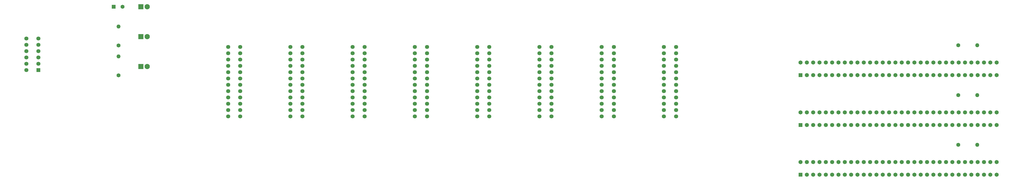
<source format=gbr>
%TF.GenerationSoftware,KiCad,Pcbnew,(6.0.7)*%
%TF.CreationDate,2023-09-04T09:41:36+01:00*%
%TF.ProjectId,CCC_rig_backplane,4343435f-7269-4675-9f62-61636b706c61,rev?*%
%TF.SameCoordinates,Original*%
%TF.FileFunction,Soldermask,Bot*%
%TF.FilePolarity,Negative*%
%FSLAX46Y46*%
G04 Gerber Fmt 4.6, Leading zero omitted, Abs format (unit mm)*
G04 Created by KiCad (PCBNEW (6.0.7)) date 2023-09-04 09:41:36*
%MOMM*%
%LPD*%
G01*
G04 APERTURE LIST*
%ADD10C,1.638000*%
%ADD11C,1.600000*%
%ADD12O,1.600000X1.600000*%
%ADD13R,2.100000X2.100000*%
%ADD14C,2.100000*%
%ADD15R,1.650000X1.650000*%
%ADD16C,1.650000*%
%ADD17R,1.638000X1.638000*%
%ADD18R,1.600000X1.600000*%
G04 APERTURE END LIST*
D10*
%TO.C,J8*%
X272850000Y-63837600D03*
X267998000Y-63837600D03*
X272850000Y-61297600D03*
X267998000Y-61297600D03*
X272850000Y-58757600D03*
X267998000Y-58757600D03*
X272850000Y-56217600D03*
X267998000Y-56217600D03*
X272850000Y-53677600D03*
X267998000Y-53677600D03*
X272850000Y-51137600D03*
X267998000Y-51137600D03*
X272850000Y-48597600D03*
X267998000Y-48597600D03*
X272850000Y-46057600D03*
X267998000Y-46057600D03*
X272850000Y-43517600D03*
X267998000Y-43517600D03*
X272850000Y-40977600D03*
X267998000Y-40977600D03*
X272850000Y-38437600D03*
X267998000Y-38437600D03*
X272850000Y-35897600D03*
X267998000Y-35897600D03*
%TD*%
D11*
%TO.C,R4*%
X74000000Y-35310000D03*
D12*
X74000000Y-27690000D03*
%TD*%
D10*
%TO.C,J4*%
X197850000Y-63837600D03*
X192998000Y-63837600D03*
X197850000Y-61297600D03*
X192998000Y-61297600D03*
X197850000Y-58757600D03*
X192998000Y-58757600D03*
X197850000Y-56217600D03*
X192998000Y-56217600D03*
X197850000Y-53677600D03*
X192998000Y-53677600D03*
X197850000Y-51137600D03*
X192998000Y-51137600D03*
X197850000Y-48597600D03*
X192998000Y-48597600D03*
X197850000Y-46057600D03*
X192998000Y-46057600D03*
X197850000Y-43517600D03*
X192998000Y-43517600D03*
X197850000Y-40977600D03*
X192998000Y-40977600D03*
X197850000Y-38437600D03*
X192998000Y-38437600D03*
X197850000Y-35897600D03*
X192998000Y-35897600D03*
%TD*%
%TO.C,J3*%
X172850000Y-63837600D03*
X167998000Y-63837600D03*
X172850000Y-61297600D03*
X167998000Y-61297600D03*
X172850000Y-58757600D03*
X167998000Y-58757600D03*
X172850000Y-56217600D03*
X167998000Y-56217600D03*
X172850000Y-53677600D03*
X167998000Y-53677600D03*
X172850000Y-51137600D03*
X167998000Y-51137600D03*
X172850000Y-48597600D03*
X167998000Y-48597600D03*
X172850000Y-46057600D03*
X167998000Y-46057600D03*
X172850000Y-43517600D03*
X167998000Y-43517600D03*
X172850000Y-40977600D03*
X167998000Y-40977600D03*
X172850000Y-38437600D03*
X167998000Y-38437600D03*
X172850000Y-35897600D03*
X167998000Y-35897600D03*
%TD*%
%TO.C,J2*%
X147850000Y-63837600D03*
X142998000Y-63837600D03*
X147850000Y-61297600D03*
X142998000Y-61297600D03*
X147850000Y-58757600D03*
X142998000Y-58757600D03*
X147850000Y-56217600D03*
X142998000Y-56217600D03*
X147850000Y-53677600D03*
X142998000Y-53677600D03*
X147850000Y-51137600D03*
X142998000Y-51137600D03*
X147850000Y-48597600D03*
X142998000Y-48597600D03*
X147850000Y-46057600D03*
X142998000Y-46057600D03*
X147850000Y-43517600D03*
X142998000Y-43517600D03*
X147850000Y-40977600D03*
X142998000Y-40977600D03*
X147850000Y-38437600D03*
X142998000Y-38437600D03*
X147850000Y-35897600D03*
X142998000Y-35897600D03*
%TD*%
D13*
%TO.C,J14*%
X83000000Y-43750000D03*
D14*
X85500000Y-43750000D03*
%TD*%
D15*
%TO.C,J15*%
X347788800Y-47259500D03*
D16*
X350328800Y-47259500D03*
X352868800Y-47259500D03*
X355408800Y-47259500D03*
X357948800Y-47259500D03*
X360488800Y-47259500D03*
X363028800Y-47259500D03*
X365568800Y-47259500D03*
X368108800Y-47259500D03*
X370648800Y-47259500D03*
X373188800Y-47259500D03*
X375728800Y-47259500D03*
X378268800Y-47259500D03*
X380808800Y-47259500D03*
X383348800Y-47259500D03*
X385888800Y-47259500D03*
X388428800Y-47259500D03*
X390968800Y-47259500D03*
X393508800Y-47259500D03*
X396048800Y-47259500D03*
X398588800Y-47259500D03*
X401128800Y-47259500D03*
X403668800Y-47259500D03*
X406208800Y-47259500D03*
X408748800Y-47259500D03*
X411288800Y-47259500D03*
X413828800Y-47259500D03*
X416368800Y-47259500D03*
X418908800Y-47259500D03*
X421448800Y-47259500D03*
X423988800Y-47259500D03*
X426528800Y-47259500D03*
X426528800Y-42179500D03*
X423988800Y-42179500D03*
X421448800Y-42179500D03*
X418908800Y-42179500D03*
X416368800Y-42179500D03*
X413828800Y-42179500D03*
X411288800Y-42179500D03*
X408748800Y-42179500D03*
X406208800Y-42179500D03*
X403668800Y-42179500D03*
X401128800Y-42179500D03*
X398588800Y-42179500D03*
X396048800Y-42179500D03*
X393508800Y-42179500D03*
X390968800Y-42179500D03*
X388428800Y-42179500D03*
X385888800Y-42179500D03*
X383348800Y-42179500D03*
X380808800Y-42179500D03*
X378268800Y-42179500D03*
X375728800Y-42179500D03*
X373188800Y-42179500D03*
X370648800Y-42179500D03*
X368108800Y-42179500D03*
X365568800Y-42179500D03*
X363028800Y-42179500D03*
X360488800Y-42179500D03*
X357948800Y-42179500D03*
X355408800Y-42179500D03*
X352868800Y-42179500D03*
X350328800Y-42179500D03*
X347788800Y-42179500D03*
%TD*%
D13*
%TO.C,J13*%
X83000000Y-31750000D03*
D14*
X85500000Y-31750000D03*
%TD*%
D10*
%TO.C,J1*%
X122850000Y-63837600D03*
X117998000Y-63837600D03*
X122850000Y-61297600D03*
X117998000Y-61297600D03*
X122850000Y-58757600D03*
X117998000Y-58757600D03*
X122850000Y-56217600D03*
X117998000Y-56217600D03*
X122850000Y-53677600D03*
X117998000Y-53677600D03*
X122850000Y-51137600D03*
X117998000Y-51137600D03*
X122850000Y-48597600D03*
X117998000Y-48597600D03*
X122850000Y-46057600D03*
X117998000Y-46057600D03*
X122850000Y-43517600D03*
X117998000Y-43517600D03*
X122850000Y-40977600D03*
X117998000Y-40977600D03*
X122850000Y-38437600D03*
X117998000Y-38437600D03*
X122850000Y-35897600D03*
X117998000Y-35897600D03*
%TD*%
D11*
%TO.C,R3*%
X411190000Y-35250000D03*
D12*
X418810000Y-35250000D03*
%TD*%
D15*
%TO.C,J11*%
X347788800Y-87259500D03*
D16*
X350328800Y-87259500D03*
X352868800Y-87259500D03*
X355408800Y-87259500D03*
X357948800Y-87259500D03*
X360488800Y-87259500D03*
X363028800Y-87259500D03*
X365568800Y-87259500D03*
X368108800Y-87259500D03*
X370648800Y-87259500D03*
X373188800Y-87259500D03*
X375728800Y-87259500D03*
X378268800Y-87259500D03*
X380808800Y-87259500D03*
X383348800Y-87259500D03*
X385888800Y-87259500D03*
X388428800Y-87259500D03*
X390968800Y-87259500D03*
X393508800Y-87259500D03*
X396048800Y-87259500D03*
X398588800Y-87259500D03*
X401128800Y-87259500D03*
X403668800Y-87259500D03*
X406208800Y-87259500D03*
X408748800Y-87259500D03*
X411288800Y-87259500D03*
X413828800Y-87259500D03*
X416368800Y-87259500D03*
X418908800Y-87259500D03*
X421448800Y-87259500D03*
X423988800Y-87259500D03*
X426528800Y-87259500D03*
X426528800Y-82179500D03*
X423988800Y-82179500D03*
X421448800Y-82179500D03*
X418908800Y-82179500D03*
X416368800Y-82179500D03*
X413828800Y-82179500D03*
X411288800Y-82179500D03*
X408748800Y-82179500D03*
X406208800Y-82179500D03*
X403668800Y-82179500D03*
X401128800Y-82179500D03*
X398588800Y-82179500D03*
X396048800Y-82179500D03*
X393508800Y-82179500D03*
X390968800Y-82179500D03*
X388428800Y-82179500D03*
X385888800Y-82179500D03*
X383348800Y-82179500D03*
X380808800Y-82179500D03*
X378268800Y-82179500D03*
X375728800Y-82179500D03*
X373188800Y-82179500D03*
X370648800Y-82179500D03*
X368108800Y-82179500D03*
X365568800Y-82179500D03*
X363028800Y-82179500D03*
X360488800Y-82179500D03*
X357948800Y-82179500D03*
X355408800Y-82179500D03*
X352868800Y-82179500D03*
X350328800Y-82179500D03*
X347788800Y-82179500D03*
%TD*%
D15*
%TO.C,J10*%
X347788800Y-67259500D03*
D16*
X350328800Y-67259500D03*
X352868800Y-67259500D03*
X355408800Y-67259500D03*
X357948800Y-67259500D03*
X360488800Y-67259500D03*
X363028800Y-67259500D03*
X365568800Y-67259500D03*
X368108800Y-67259500D03*
X370648800Y-67259500D03*
X373188800Y-67259500D03*
X375728800Y-67259500D03*
X378268800Y-67259500D03*
X380808800Y-67259500D03*
X383348800Y-67259500D03*
X385888800Y-67259500D03*
X388428800Y-67259500D03*
X390968800Y-67259500D03*
X393508800Y-67259500D03*
X396048800Y-67259500D03*
X398588800Y-67259500D03*
X401128800Y-67259500D03*
X403668800Y-67259500D03*
X406208800Y-67259500D03*
X408748800Y-67259500D03*
X411288800Y-67259500D03*
X413828800Y-67259500D03*
X416368800Y-67259500D03*
X418908800Y-67259500D03*
X421448800Y-67259500D03*
X423988800Y-67259500D03*
X426528800Y-67259500D03*
X426528800Y-62179500D03*
X423988800Y-62179500D03*
X421448800Y-62179500D03*
X418908800Y-62179500D03*
X416368800Y-62179500D03*
X413828800Y-62179500D03*
X411288800Y-62179500D03*
X408748800Y-62179500D03*
X406208800Y-62179500D03*
X403668800Y-62179500D03*
X401128800Y-62179500D03*
X398588800Y-62179500D03*
X396048800Y-62179500D03*
X393508800Y-62179500D03*
X390968800Y-62179500D03*
X388428800Y-62179500D03*
X385888800Y-62179500D03*
X383348800Y-62179500D03*
X380808800Y-62179500D03*
X378268800Y-62179500D03*
X375728800Y-62179500D03*
X373188800Y-62179500D03*
X370648800Y-62179500D03*
X368108800Y-62179500D03*
X365568800Y-62179500D03*
X363028800Y-62179500D03*
X360488800Y-62179500D03*
X357948800Y-62179500D03*
X355408800Y-62179500D03*
X352868800Y-62179500D03*
X350328800Y-62179500D03*
X347788800Y-62179500D03*
%TD*%
D10*
%TO.C,J6*%
X222850000Y-63837600D03*
X217998000Y-63837600D03*
X222850000Y-61297600D03*
X217998000Y-61297600D03*
X222850000Y-58757600D03*
X217998000Y-58757600D03*
X222850000Y-56217600D03*
X217998000Y-56217600D03*
X222850000Y-53677600D03*
X217998000Y-53677600D03*
X222850000Y-51137600D03*
X217998000Y-51137600D03*
X222850000Y-48597600D03*
X217998000Y-48597600D03*
X222850000Y-46057600D03*
X217998000Y-46057600D03*
X222850000Y-43517600D03*
X217998000Y-43517600D03*
X222850000Y-40977600D03*
X217998000Y-40977600D03*
X222850000Y-38437600D03*
X217998000Y-38437600D03*
X222850000Y-35897600D03*
X217998000Y-35897600D03*
%TD*%
D17*
%TO.C,J5*%
X41875500Y-45217600D03*
D10*
X37024500Y-45217600D03*
X41875500Y-42677600D03*
X37024500Y-42677600D03*
X41875500Y-40137600D03*
X37024500Y-40137600D03*
X41875500Y-37597600D03*
X37024500Y-37597600D03*
X41875500Y-35057600D03*
X37024500Y-35057600D03*
X41875500Y-32517600D03*
X37024500Y-32517600D03*
%TD*%
D11*
%TO.C,R1*%
X411190000Y-55250000D03*
D12*
X418810000Y-55250000D03*
%TD*%
D10*
%TO.C,J9*%
X297850000Y-63837600D03*
X292998000Y-63837600D03*
X297850000Y-61297600D03*
X292998000Y-61297600D03*
X297850000Y-58757600D03*
X292998000Y-58757600D03*
X297850000Y-56217600D03*
X292998000Y-56217600D03*
X297850000Y-53677600D03*
X292998000Y-53677600D03*
X297850000Y-51137600D03*
X292998000Y-51137600D03*
X297850000Y-48597600D03*
X292998000Y-48597600D03*
X297850000Y-46057600D03*
X292998000Y-46057600D03*
X297850000Y-43517600D03*
X292998000Y-43517600D03*
X297850000Y-40977600D03*
X292998000Y-40977600D03*
X297850000Y-38437600D03*
X292998000Y-38437600D03*
X297850000Y-35897600D03*
X292998000Y-35897600D03*
%TD*%
D11*
%TO.C,R2*%
X411190000Y-75250000D03*
D12*
X418810000Y-75250000D03*
%TD*%
D18*
%TO.C,C1*%
X72097300Y-19750000D03*
D11*
X75597300Y-19750000D03*
%TD*%
%TO.C,R5*%
X74000000Y-47310000D03*
D12*
X74000000Y-39690000D03*
%TD*%
D13*
%TO.C,J12*%
X83000000Y-19750000D03*
D14*
X85500000Y-19750000D03*
%TD*%
D10*
%TO.C,J7*%
X247850000Y-63837600D03*
X242998000Y-63837600D03*
X247850000Y-61297600D03*
X242998000Y-61297600D03*
X247850000Y-58757600D03*
X242998000Y-58757600D03*
X247850000Y-56217600D03*
X242998000Y-56217600D03*
X247850000Y-53677600D03*
X242998000Y-53677600D03*
X247850000Y-51137600D03*
X242998000Y-51137600D03*
X247850000Y-48597600D03*
X242998000Y-48597600D03*
X247850000Y-46057600D03*
X242998000Y-46057600D03*
X247850000Y-43517600D03*
X242998000Y-43517600D03*
X247850000Y-40977600D03*
X242998000Y-40977600D03*
X247850000Y-38437600D03*
X242998000Y-38437600D03*
X247850000Y-35897600D03*
X242998000Y-35897600D03*
%TD*%
M02*

</source>
